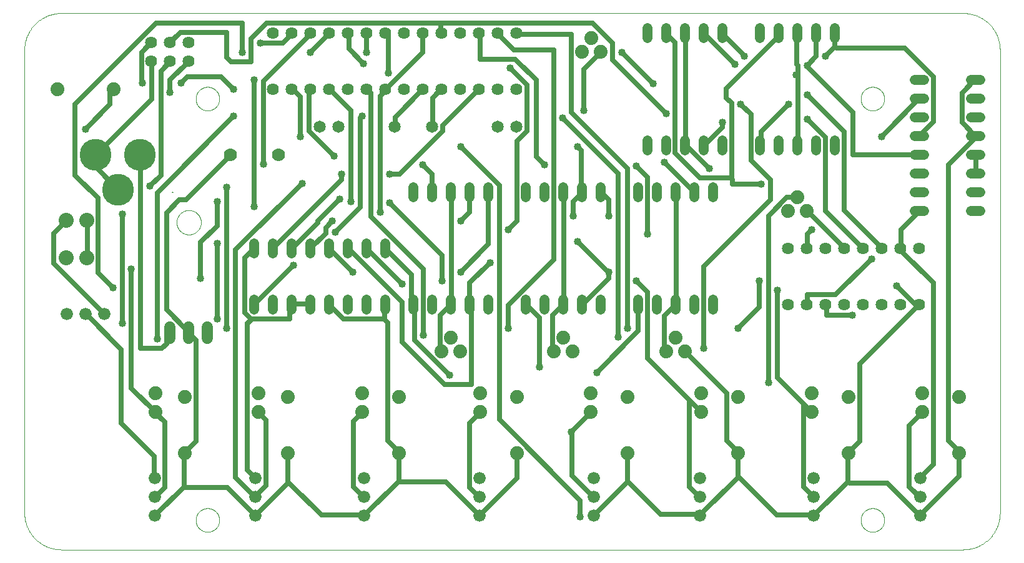
<source format=gtl>
G75*
%MOIN*%
%OFA0B0*%
%FSLAX25Y25*%
%IPPOS*%
%LPD*%
%AMOC8*
5,1,8,0,0,1.08239X$1,22.5*
%
%ADD10C,0.00004*%
%ADD11C,0.05200*%
%ADD12C,0.17000*%
%ADD13C,0.07400*%
%ADD14C,0.06000*%
%ADD15C,0.00000*%
%ADD16C,0.06400*%
%ADD17C,0.08000*%
%ADD18C,0.06500*%
%ADD19C,0.06600*%
%ADD20C,0.07000*%
%ADD21C,0.02500*%
%ADD22C,0.04000*%
D10*
X0020687Y0001002D02*
X0502141Y0001002D01*
X0502617Y0001008D01*
X0503092Y0001025D01*
X0503567Y0001054D01*
X0504041Y0001094D01*
X0504514Y0001146D01*
X0504985Y0001209D01*
X0505455Y0001283D01*
X0505923Y0001369D01*
X0506389Y0001466D01*
X0506852Y0001574D01*
X0507312Y0001693D01*
X0507770Y0001824D01*
X0508224Y0001965D01*
X0508675Y0002118D01*
X0509121Y0002281D01*
X0509564Y0002455D01*
X0510002Y0002640D01*
X0510436Y0002835D01*
X0510865Y0003041D01*
X0511289Y0003257D01*
X0511708Y0003483D01*
X0512121Y0003719D01*
X0512528Y0003965D01*
X0512929Y0004221D01*
X0513323Y0004487D01*
X0513712Y0004762D01*
X0514093Y0005046D01*
X0514467Y0005339D01*
X0514835Y0005641D01*
X0515195Y0005953D01*
X0515547Y0006272D01*
X0515891Y0006600D01*
X0516228Y0006937D01*
X0516556Y0007281D01*
X0516875Y0007633D01*
X0517187Y0007993D01*
X0517489Y0008361D01*
X0517782Y0008735D01*
X0518066Y0009116D01*
X0518341Y0009505D01*
X0518607Y0009899D01*
X0518863Y0010300D01*
X0519109Y0010707D01*
X0519345Y0011120D01*
X0519571Y0011539D01*
X0519787Y0011963D01*
X0519993Y0012392D01*
X0520188Y0012826D01*
X0520373Y0013264D01*
X0520547Y0013707D01*
X0520710Y0014153D01*
X0520863Y0014604D01*
X0521004Y0015058D01*
X0521135Y0015516D01*
X0521254Y0015976D01*
X0521362Y0016439D01*
X0521459Y0016905D01*
X0521545Y0017373D01*
X0521619Y0017843D01*
X0521682Y0018314D01*
X0521734Y0018787D01*
X0521774Y0019261D01*
X0521803Y0019736D01*
X0521820Y0020211D01*
X0521826Y0020687D01*
X0521826Y0267774D01*
X0521820Y0268250D01*
X0521803Y0268725D01*
X0521774Y0269200D01*
X0521734Y0269674D01*
X0521682Y0270147D01*
X0521619Y0270618D01*
X0521545Y0271088D01*
X0521459Y0271556D01*
X0521362Y0272022D01*
X0521254Y0272485D01*
X0521135Y0272945D01*
X0521004Y0273403D01*
X0520863Y0273857D01*
X0520710Y0274308D01*
X0520547Y0274754D01*
X0520373Y0275197D01*
X0520188Y0275635D01*
X0519993Y0276069D01*
X0519787Y0276498D01*
X0519571Y0276922D01*
X0519345Y0277341D01*
X0519109Y0277754D01*
X0518863Y0278161D01*
X0518607Y0278562D01*
X0518341Y0278956D01*
X0518066Y0279345D01*
X0517782Y0279726D01*
X0517489Y0280100D01*
X0517187Y0280468D01*
X0516875Y0280828D01*
X0516556Y0281180D01*
X0516228Y0281524D01*
X0515891Y0281861D01*
X0515547Y0282189D01*
X0515195Y0282508D01*
X0514835Y0282820D01*
X0514467Y0283122D01*
X0514093Y0283415D01*
X0513712Y0283699D01*
X0513323Y0283974D01*
X0512929Y0284240D01*
X0512528Y0284496D01*
X0512121Y0284742D01*
X0511708Y0284978D01*
X0511289Y0285204D01*
X0510865Y0285420D01*
X0510436Y0285626D01*
X0510002Y0285821D01*
X0509564Y0286006D01*
X0509121Y0286180D01*
X0508675Y0286343D01*
X0508224Y0286496D01*
X0507770Y0286637D01*
X0507312Y0286768D01*
X0506852Y0286887D01*
X0506389Y0286995D01*
X0505923Y0287092D01*
X0505455Y0287178D01*
X0504985Y0287252D01*
X0504514Y0287315D01*
X0504041Y0287367D01*
X0503567Y0287407D01*
X0503092Y0287436D01*
X0502617Y0287453D01*
X0502141Y0287459D01*
X0020687Y0287459D01*
X0020211Y0287453D01*
X0019736Y0287436D01*
X0019261Y0287407D01*
X0018787Y0287367D01*
X0018314Y0287315D01*
X0017843Y0287252D01*
X0017373Y0287178D01*
X0016905Y0287092D01*
X0016439Y0286995D01*
X0015976Y0286887D01*
X0015516Y0286768D01*
X0015058Y0286637D01*
X0014604Y0286496D01*
X0014153Y0286343D01*
X0013707Y0286180D01*
X0013264Y0286006D01*
X0012826Y0285821D01*
X0012392Y0285626D01*
X0011963Y0285420D01*
X0011539Y0285204D01*
X0011120Y0284978D01*
X0010707Y0284742D01*
X0010300Y0284496D01*
X0009899Y0284240D01*
X0009505Y0283974D01*
X0009116Y0283699D01*
X0008735Y0283415D01*
X0008361Y0283122D01*
X0007993Y0282820D01*
X0007633Y0282508D01*
X0007281Y0282189D01*
X0006937Y0281861D01*
X0006600Y0281524D01*
X0006272Y0281180D01*
X0005953Y0280828D01*
X0005641Y0280468D01*
X0005339Y0280100D01*
X0005046Y0279726D01*
X0004762Y0279345D01*
X0004487Y0278956D01*
X0004221Y0278562D01*
X0003965Y0278161D01*
X0003719Y0277754D01*
X0003483Y0277341D01*
X0003257Y0276922D01*
X0003041Y0276498D01*
X0002835Y0276069D01*
X0002640Y0275635D01*
X0002455Y0275197D01*
X0002281Y0274754D01*
X0002118Y0274308D01*
X0001965Y0273857D01*
X0001824Y0273403D01*
X0001693Y0272945D01*
X0001574Y0272485D01*
X0001466Y0272022D01*
X0001369Y0271556D01*
X0001283Y0271088D01*
X0001209Y0270618D01*
X0001146Y0270147D01*
X0001094Y0269674D01*
X0001054Y0269200D01*
X0001025Y0268725D01*
X0001008Y0268250D01*
X0001002Y0267774D01*
X0001002Y0020687D01*
X0001008Y0020211D01*
X0001025Y0019736D01*
X0001054Y0019261D01*
X0001094Y0018787D01*
X0001146Y0018314D01*
X0001209Y0017843D01*
X0001283Y0017373D01*
X0001369Y0016905D01*
X0001466Y0016439D01*
X0001574Y0015976D01*
X0001693Y0015516D01*
X0001824Y0015058D01*
X0001965Y0014604D01*
X0002118Y0014153D01*
X0002281Y0013707D01*
X0002455Y0013264D01*
X0002640Y0012826D01*
X0002835Y0012392D01*
X0003041Y0011963D01*
X0003257Y0011539D01*
X0003483Y0011120D01*
X0003719Y0010707D01*
X0003965Y0010300D01*
X0004221Y0009899D01*
X0004487Y0009505D01*
X0004762Y0009116D01*
X0005046Y0008735D01*
X0005339Y0008361D01*
X0005641Y0007993D01*
X0005953Y0007633D01*
X0006272Y0007281D01*
X0006600Y0006937D01*
X0006937Y0006600D01*
X0007281Y0006272D01*
X0007633Y0005953D01*
X0007993Y0005641D01*
X0008361Y0005339D01*
X0008735Y0005046D01*
X0009116Y0004762D01*
X0009505Y0004487D01*
X0009899Y0004221D01*
X0010300Y0003965D01*
X0010707Y0003719D01*
X0011120Y0003483D01*
X0011539Y0003257D01*
X0011963Y0003041D01*
X0012392Y0002835D01*
X0012826Y0002640D01*
X0013264Y0002455D01*
X0013707Y0002281D01*
X0014153Y0002118D01*
X0014604Y0001965D01*
X0015058Y0001824D01*
X0015516Y0001693D01*
X0015976Y0001574D01*
X0016439Y0001466D01*
X0016905Y0001369D01*
X0017373Y0001283D01*
X0017843Y0001209D01*
X0018314Y0001146D01*
X0018787Y0001094D01*
X0019261Y0001054D01*
X0019736Y0001025D01*
X0020211Y0001008D01*
X0020687Y0001002D01*
X0092492Y0016750D02*
X0092494Y0016908D01*
X0092500Y0017066D01*
X0092510Y0017224D01*
X0092524Y0017382D01*
X0092542Y0017539D01*
X0092563Y0017696D01*
X0092589Y0017852D01*
X0092619Y0018008D01*
X0092652Y0018163D01*
X0092690Y0018316D01*
X0092731Y0018469D01*
X0092776Y0018621D01*
X0092825Y0018772D01*
X0092878Y0018921D01*
X0092934Y0019069D01*
X0092994Y0019215D01*
X0093058Y0019360D01*
X0093126Y0019503D01*
X0093197Y0019645D01*
X0093271Y0019785D01*
X0093349Y0019922D01*
X0093431Y0020058D01*
X0093515Y0020192D01*
X0093604Y0020323D01*
X0093695Y0020452D01*
X0093790Y0020579D01*
X0093887Y0020704D01*
X0093988Y0020826D01*
X0094092Y0020945D01*
X0094199Y0021062D01*
X0094309Y0021176D01*
X0094422Y0021287D01*
X0094537Y0021396D01*
X0094655Y0021501D01*
X0094776Y0021603D01*
X0094899Y0021703D01*
X0095025Y0021799D01*
X0095153Y0021892D01*
X0095283Y0021982D01*
X0095416Y0022068D01*
X0095551Y0022152D01*
X0095687Y0022231D01*
X0095826Y0022308D01*
X0095967Y0022380D01*
X0096109Y0022450D01*
X0096253Y0022515D01*
X0096399Y0022577D01*
X0096546Y0022635D01*
X0096695Y0022690D01*
X0096845Y0022741D01*
X0096996Y0022788D01*
X0097148Y0022831D01*
X0097301Y0022870D01*
X0097456Y0022906D01*
X0097611Y0022937D01*
X0097767Y0022965D01*
X0097923Y0022989D01*
X0098080Y0023009D01*
X0098238Y0023025D01*
X0098395Y0023037D01*
X0098554Y0023045D01*
X0098712Y0023049D01*
X0098870Y0023049D01*
X0099028Y0023045D01*
X0099187Y0023037D01*
X0099344Y0023025D01*
X0099502Y0023009D01*
X0099659Y0022989D01*
X0099815Y0022965D01*
X0099971Y0022937D01*
X0100126Y0022906D01*
X0100281Y0022870D01*
X0100434Y0022831D01*
X0100586Y0022788D01*
X0100737Y0022741D01*
X0100887Y0022690D01*
X0101036Y0022635D01*
X0101183Y0022577D01*
X0101329Y0022515D01*
X0101473Y0022450D01*
X0101615Y0022380D01*
X0101756Y0022308D01*
X0101895Y0022231D01*
X0102031Y0022152D01*
X0102166Y0022068D01*
X0102299Y0021982D01*
X0102429Y0021892D01*
X0102557Y0021799D01*
X0102683Y0021703D01*
X0102806Y0021603D01*
X0102927Y0021501D01*
X0103045Y0021396D01*
X0103160Y0021287D01*
X0103273Y0021176D01*
X0103383Y0021062D01*
X0103490Y0020945D01*
X0103594Y0020826D01*
X0103695Y0020704D01*
X0103792Y0020579D01*
X0103887Y0020452D01*
X0103978Y0020323D01*
X0104067Y0020192D01*
X0104151Y0020058D01*
X0104233Y0019922D01*
X0104311Y0019785D01*
X0104385Y0019645D01*
X0104456Y0019503D01*
X0104524Y0019360D01*
X0104588Y0019215D01*
X0104648Y0019069D01*
X0104704Y0018921D01*
X0104757Y0018772D01*
X0104806Y0018621D01*
X0104851Y0018469D01*
X0104892Y0018316D01*
X0104930Y0018163D01*
X0104963Y0018008D01*
X0104993Y0017852D01*
X0105019Y0017696D01*
X0105040Y0017539D01*
X0105058Y0017382D01*
X0105072Y0017224D01*
X0105082Y0017066D01*
X0105088Y0016908D01*
X0105090Y0016750D01*
X0105088Y0016592D01*
X0105082Y0016434D01*
X0105072Y0016276D01*
X0105058Y0016118D01*
X0105040Y0015961D01*
X0105019Y0015804D01*
X0104993Y0015648D01*
X0104963Y0015492D01*
X0104930Y0015337D01*
X0104892Y0015184D01*
X0104851Y0015031D01*
X0104806Y0014879D01*
X0104757Y0014728D01*
X0104704Y0014579D01*
X0104648Y0014431D01*
X0104588Y0014285D01*
X0104524Y0014140D01*
X0104456Y0013997D01*
X0104385Y0013855D01*
X0104311Y0013715D01*
X0104233Y0013578D01*
X0104151Y0013442D01*
X0104067Y0013308D01*
X0103978Y0013177D01*
X0103887Y0013048D01*
X0103792Y0012921D01*
X0103695Y0012796D01*
X0103594Y0012674D01*
X0103490Y0012555D01*
X0103383Y0012438D01*
X0103273Y0012324D01*
X0103160Y0012213D01*
X0103045Y0012104D01*
X0102927Y0011999D01*
X0102806Y0011897D01*
X0102683Y0011797D01*
X0102557Y0011701D01*
X0102429Y0011608D01*
X0102299Y0011518D01*
X0102166Y0011432D01*
X0102031Y0011348D01*
X0101895Y0011269D01*
X0101756Y0011192D01*
X0101615Y0011120D01*
X0101473Y0011050D01*
X0101329Y0010985D01*
X0101183Y0010923D01*
X0101036Y0010865D01*
X0100887Y0010810D01*
X0100737Y0010759D01*
X0100586Y0010712D01*
X0100434Y0010669D01*
X0100281Y0010630D01*
X0100126Y0010594D01*
X0099971Y0010563D01*
X0099815Y0010535D01*
X0099659Y0010511D01*
X0099502Y0010491D01*
X0099344Y0010475D01*
X0099187Y0010463D01*
X0099028Y0010455D01*
X0098870Y0010451D01*
X0098712Y0010451D01*
X0098554Y0010455D01*
X0098395Y0010463D01*
X0098238Y0010475D01*
X0098080Y0010491D01*
X0097923Y0010511D01*
X0097767Y0010535D01*
X0097611Y0010563D01*
X0097456Y0010594D01*
X0097301Y0010630D01*
X0097148Y0010669D01*
X0096996Y0010712D01*
X0096845Y0010759D01*
X0096695Y0010810D01*
X0096546Y0010865D01*
X0096399Y0010923D01*
X0096253Y0010985D01*
X0096109Y0011050D01*
X0095967Y0011120D01*
X0095826Y0011192D01*
X0095687Y0011269D01*
X0095551Y0011348D01*
X0095416Y0011432D01*
X0095283Y0011518D01*
X0095153Y0011608D01*
X0095025Y0011701D01*
X0094899Y0011797D01*
X0094776Y0011897D01*
X0094655Y0011999D01*
X0094537Y0012104D01*
X0094422Y0012213D01*
X0094309Y0012324D01*
X0094199Y0012438D01*
X0094092Y0012555D01*
X0093988Y0012674D01*
X0093887Y0012796D01*
X0093790Y0012921D01*
X0093695Y0013048D01*
X0093604Y0013177D01*
X0093515Y0013308D01*
X0093431Y0013442D01*
X0093349Y0013578D01*
X0093271Y0013715D01*
X0093197Y0013855D01*
X0093126Y0013997D01*
X0093058Y0014140D01*
X0092994Y0014285D01*
X0092934Y0014431D01*
X0092878Y0014579D01*
X0092825Y0014728D01*
X0092776Y0014879D01*
X0092731Y0015031D01*
X0092690Y0015184D01*
X0092652Y0015337D01*
X0092619Y0015492D01*
X0092589Y0015648D01*
X0092563Y0015804D01*
X0092542Y0015961D01*
X0092524Y0016118D01*
X0092510Y0016276D01*
X0092500Y0016434D01*
X0092494Y0016592D01*
X0092492Y0016750D01*
X0080005Y0191704D02*
X0079978Y0191706D01*
X0079951Y0191711D01*
X0079925Y0191721D01*
X0079901Y0191733D01*
X0079879Y0191749D01*
X0079859Y0191767D01*
X0079842Y0191789D01*
X0079827Y0191812D01*
X0079817Y0191837D01*
X0079809Y0191863D01*
X0079805Y0191890D01*
X0079805Y0191918D01*
X0079809Y0191945D01*
X0079817Y0191971D01*
X0079827Y0191996D01*
X0079842Y0192019D01*
X0079859Y0192041D01*
X0079879Y0192059D01*
X0079901Y0192075D01*
X0079925Y0192087D01*
X0079951Y0192097D01*
X0079978Y0192102D01*
X0080005Y0192104D01*
X0079978Y0192102D01*
X0079951Y0192097D01*
X0079925Y0192087D01*
X0079901Y0192075D01*
X0079879Y0192059D01*
X0079859Y0192041D01*
X0079842Y0192019D01*
X0079827Y0191996D01*
X0079817Y0191971D01*
X0079809Y0191945D01*
X0079805Y0191918D01*
X0079805Y0191890D01*
X0079809Y0191863D01*
X0079817Y0191837D01*
X0079827Y0191812D01*
X0079842Y0191789D01*
X0079859Y0191767D01*
X0079879Y0191749D01*
X0079901Y0191733D01*
X0079925Y0191721D01*
X0079951Y0191711D01*
X0079978Y0191706D01*
X0080005Y0191704D01*
X0080031Y0191706D01*
X0080057Y0191711D01*
X0080082Y0191719D01*
X0080105Y0191731D01*
X0080127Y0191745D01*
X0080146Y0191763D01*
X0080164Y0191782D01*
X0080178Y0191804D01*
X0080190Y0191827D01*
X0080198Y0191852D01*
X0080203Y0191878D01*
X0080205Y0191904D01*
X0080005Y0191704D02*
X0079979Y0191706D01*
X0079953Y0191711D01*
X0079928Y0191719D01*
X0079905Y0191731D01*
X0079883Y0191745D01*
X0079864Y0191763D01*
X0079846Y0191782D01*
X0079832Y0191804D01*
X0079820Y0191827D01*
X0079812Y0191852D01*
X0079807Y0191878D01*
X0079805Y0191904D01*
X0092492Y0241750D02*
X0092494Y0241908D01*
X0092500Y0242066D01*
X0092510Y0242224D01*
X0092524Y0242382D01*
X0092542Y0242539D01*
X0092563Y0242696D01*
X0092589Y0242852D01*
X0092619Y0243008D01*
X0092652Y0243163D01*
X0092690Y0243316D01*
X0092731Y0243469D01*
X0092776Y0243621D01*
X0092825Y0243772D01*
X0092878Y0243921D01*
X0092934Y0244069D01*
X0092994Y0244215D01*
X0093058Y0244360D01*
X0093126Y0244503D01*
X0093197Y0244645D01*
X0093271Y0244785D01*
X0093349Y0244922D01*
X0093431Y0245058D01*
X0093515Y0245192D01*
X0093604Y0245323D01*
X0093695Y0245452D01*
X0093790Y0245579D01*
X0093887Y0245704D01*
X0093988Y0245826D01*
X0094092Y0245945D01*
X0094199Y0246062D01*
X0094309Y0246176D01*
X0094422Y0246287D01*
X0094537Y0246396D01*
X0094655Y0246501D01*
X0094776Y0246603D01*
X0094899Y0246703D01*
X0095025Y0246799D01*
X0095153Y0246892D01*
X0095283Y0246982D01*
X0095416Y0247068D01*
X0095551Y0247152D01*
X0095687Y0247231D01*
X0095826Y0247308D01*
X0095967Y0247380D01*
X0096109Y0247450D01*
X0096253Y0247515D01*
X0096399Y0247577D01*
X0096546Y0247635D01*
X0096695Y0247690D01*
X0096845Y0247741D01*
X0096996Y0247788D01*
X0097148Y0247831D01*
X0097301Y0247870D01*
X0097456Y0247906D01*
X0097611Y0247937D01*
X0097767Y0247965D01*
X0097923Y0247989D01*
X0098080Y0248009D01*
X0098238Y0248025D01*
X0098395Y0248037D01*
X0098554Y0248045D01*
X0098712Y0248049D01*
X0098870Y0248049D01*
X0099028Y0248045D01*
X0099187Y0248037D01*
X0099344Y0248025D01*
X0099502Y0248009D01*
X0099659Y0247989D01*
X0099815Y0247965D01*
X0099971Y0247937D01*
X0100126Y0247906D01*
X0100281Y0247870D01*
X0100434Y0247831D01*
X0100586Y0247788D01*
X0100737Y0247741D01*
X0100887Y0247690D01*
X0101036Y0247635D01*
X0101183Y0247577D01*
X0101329Y0247515D01*
X0101473Y0247450D01*
X0101615Y0247380D01*
X0101756Y0247308D01*
X0101895Y0247231D01*
X0102031Y0247152D01*
X0102166Y0247068D01*
X0102299Y0246982D01*
X0102429Y0246892D01*
X0102557Y0246799D01*
X0102683Y0246703D01*
X0102806Y0246603D01*
X0102927Y0246501D01*
X0103045Y0246396D01*
X0103160Y0246287D01*
X0103273Y0246176D01*
X0103383Y0246062D01*
X0103490Y0245945D01*
X0103594Y0245826D01*
X0103695Y0245704D01*
X0103792Y0245579D01*
X0103887Y0245452D01*
X0103978Y0245323D01*
X0104067Y0245192D01*
X0104151Y0245058D01*
X0104233Y0244922D01*
X0104311Y0244785D01*
X0104385Y0244645D01*
X0104456Y0244503D01*
X0104524Y0244360D01*
X0104588Y0244215D01*
X0104648Y0244069D01*
X0104704Y0243921D01*
X0104757Y0243772D01*
X0104806Y0243621D01*
X0104851Y0243469D01*
X0104892Y0243316D01*
X0104930Y0243163D01*
X0104963Y0243008D01*
X0104993Y0242852D01*
X0105019Y0242696D01*
X0105040Y0242539D01*
X0105058Y0242382D01*
X0105072Y0242224D01*
X0105082Y0242066D01*
X0105088Y0241908D01*
X0105090Y0241750D01*
X0105088Y0241592D01*
X0105082Y0241434D01*
X0105072Y0241276D01*
X0105058Y0241118D01*
X0105040Y0240961D01*
X0105019Y0240804D01*
X0104993Y0240648D01*
X0104963Y0240492D01*
X0104930Y0240337D01*
X0104892Y0240184D01*
X0104851Y0240031D01*
X0104806Y0239879D01*
X0104757Y0239728D01*
X0104704Y0239579D01*
X0104648Y0239431D01*
X0104588Y0239285D01*
X0104524Y0239140D01*
X0104456Y0238997D01*
X0104385Y0238855D01*
X0104311Y0238715D01*
X0104233Y0238578D01*
X0104151Y0238442D01*
X0104067Y0238308D01*
X0103978Y0238177D01*
X0103887Y0238048D01*
X0103792Y0237921D01*
X0103695Y0237796D01*
X0103594Y0237674D01*
X0103490Y0237555D01*
X0103383Y0237438D01*
X0103273Y0237324D01*
X0103160Y0237213D01*
X0103045Y0237104D01*
X0102927Y0236999D01*
X0102806Y0236897D01*
X0102683Y0236797D01*
X0102557Y0236701D01*
X0102429Y0236608D01*
X0102299Y0236518D01*
X0102166Y0236432D01*
X0102031Y0236348D01*
X0101895Y0236269D01*
X0101756Y0236192D01*
X0101615Y0236120D01*
X0101473Y0236050D01*
X0101329Y0235985D01*
X0101183Y0235923D01*
X0101036Y0235865D01*
X0100887Y0235810D01*
X0100737Y0235759D01*
X0100586Y0235712D01*
X0100434Y0235669D01*
X0100281Y0235630D01*
X0100126Y0235594D01*
X0099971Y0235563D01*
X0099815Y0235535D01*
X0099659Y0235511D01*
X0099502Y0235491D01*
X0099344Y0235475D01*
X0099187Y0235463D01*
X0099028Y0235455D01*
X0098870Y0235451D01*
X0098712Y0235451D01*
X0098554Y0235455D01*
X0098395Y0235463D01*
X0098238Y0235475D01*
X0098080Y0235491D01*
X0097923Y0235511D01*
X0097767Y0235535D01*
X0097611Y0235563D01*
X0097456Y0235594D01*
X0097301Y0235630D01*
X0097148Y0235669D01*
X0096996Y0235712D01*
X0096845Y0235759D01*
X0096695Y0235810D01*
X0096546Y0235865D01*
X0096399Y0235923D01*
X0096253Y0235985D01*
X0096109Y0236050D01*
X0095967Y0236120D01*
X0095826Y0236192D01*
X0095687Y0236269D01*
X0095551Y0236348D01*
X0095416Y0236432D01*
X0095283Y0236518D01*
X0095153Y0236608D01*
X0095025Y0236701D01*
X0094899Y0236797D01*
X0094776Y0236897D01*
X0094655Y0236999D01*
X0094537Y0237104D01*
X0094422Y0237213D01*
X0094309Y0237324D01*
X0094199Y0237438D01*
X0094092Y0237555D01*
X0093988Y0237674D01*
X0093887Y0237796D01*
X0093790Y0237921D01*
X0093695Y0238048D01*
X0093604Y0238177D01*
X0093515Y0238308D01*
X0093431Y0238442D01*
X0093349Y0238578D01*
X0093271Y0238715D01*
X0093197Y0238855D01*
X0093126Y0238997D01*
X0093058Y0239140D01*
X0092994Y0239285D01*
X0092934Y0239431D01*
X0092878Y0239579D01*
X0092825Y0239728D01*
X0092776Y0239879D01*
X0092731Y0240031D01*
X0092690Y0240184D01*
X0092652Y0240337D01*
X0092619Y0240492D01*
X0092589Y0240648D01*
X0092563Y0240804D01*
X0092542Y0240961D01*
X0092524Y0241118D01*
X0092510Y0241276D01*
X0092500Y0241434D01*
X0092494Y0241592D01*
X0092492Y0241750D01*
X0447492Y0241750D02*
X0447494Y0241908D01*
X0447500Y0242066D01*
X0447510Y0242224D01*
X0447524Y0242382D01*
X0447542Y0242539D01*
X0447563Y0242696D01*
X0447589Y0242852D01*
X0447619Y0243008D01*
X0447652Y0243163D01*
X0447690Y0243316D01*
X0447731Y0243469D01*
X0447776Y0243621D01*
X0447825Y0243772D01*
X0447878Y0243921D01*
X0447934Y0244069D01*
X0447994Y0244215D01*
X0448058Y0244360D01*
X0448126Y0244503D01*
X0448197Y0244645D01*
X0448271Y0244785D01*
X0448349Y0244922D01*
X0448431Y0245058D01*
X0448515Y0245192D01*
X0448604Y0245323D01*
X0448695Y0245452D01*
X0448790Y0245579D01*
X0448887Y0245704D01*
X0448988Y0245826D01*
X0449092Y0245945D01*
X0449199Y0246062D01*
X0449309Y0246176D01*
X0449422Y0246287D01*
X0449537Y0246396D01*
X0449655Y0246501D01*
X0449776Y0246603D01*
X0449899Y0246703D01*
X0450025Y0246799D01*
X0450153Y0246892D01*
X0450283Y0246982D01*
X0450416Y0247068D01*
X0450551Y0247152D01*
X0450687Y0247231D01*
X0450826Y0247308D01*
X0450967Y0247380D01*
X0451109Y0247450D01*
X0451253Y0247515D01*
X0451399Y0247577D01*
X0451546Y0247635D01*
X0451695Y0247690D01*
X0451845Y0247741D01*
X0451996Y0247788D01*
X0452148Y0247831D01*
X0452301Y0247870D01*
X0452456Y0247906D01*
X0452611Y0247937D01*
X0452767Y0247965D01*
X0452923Y0247989D01*
X0453080Y0248009D01*
X0453238Y0248025D01*
X0453395Y0248037D01*
X0453554Y0248045D01*
X0453712Y0248049D01*
X0453870Y0248049D01*
X0454028Y0248045D01*
X0454187Y0248037D01*
X0454344Y0248025D01*
X0454502Y0248009D01*
X0454659Y0247989D01*
X0454815Y0247965D01*
X0454971Y0247937D01*
X0455126Y0247906D01*
X0455281Y0247870D01*
X0455434Y0247831D01*
X0455586Y0247788D01*
X0455737Y0247741D01*
X0455887Y0247690D01*
X0456036Y0247635D01*
X0456183Y0247577D01*
X0456329Y0247515D01*
X0456473Y0247450D01*
X0456615Y0247380D01*
X0456756Y0247308D01*
X0456895Y0247231D01*
X0457031Y0247152D01*
X0457166Y0247068D01*
X0457299Y0246982D01*
X0457429Y0246892D01*
X0457557Y0246799D01*
X0457683Y0246703D01*
X0457806Y0246603D01*
X0457927Y0246501D01*
X0458045Y0246396D01*
X0458160Y0246287D01*
X0458273Y0246176D01*
X0458383Y0246062D01*
X0458490Y0245945D01*
X0458594Y0245826D01*
X0458695Y0245704D01*
X0458792Y0245579D01*
X0458887Y0245452D01*
X0458978Y0245323D01*
X0459067Y0245192D01*
X0459151Y0245058D01*
X0459233Y0244922D01*
X0459311Y0244785D01*
X0459385Y0244645D01*
X0459456Y0244503D01*
X0459524Y0244360D01*
X0459588Y0244215D01*
X0459648Y0244069D01*
X0459704Y0243921D01*
X0459757Y0243772D01*
X0459806Y0243621D01*
X0459851Y0243469D01*
X0459892Y0243316D01*
X0459930Y0243163D01*
X0459963Y0243008D01*
X0459993Y0242852D01*
X0460019Y0242696D01*
X0460040Y0242539D01*
X0460058Y0242382D01*
X0460072Y0242224D01*
X0460082Y0242066D01*
X0460088Y0241908D01*
X0460090Y0241750D01*
X0460088Y0241592D01*
X0460082Y0241434D01*
X0460072Y0241276D01*
X0460058Y0241118D01*
X0460040Y0240961D01*
X0460019Y0240804D01*
X0459993Y0240648D01*
X0459963Y0240492D01*
X0459930Y0240337D01*
X0459892Y0240184D01*
X0459851Y0240031D01*
X0459806Y0239879D01*
X0459757Y0239728D01*
X0459704Y0239579D01*
X0459648Y0239431D01*
X0459588Y0239285D01*
X0459524Y0239140D01*
X0459456Y0238997D01*
X0459385Y0238855D01*
X0459311Y0238715D01*
X0459233Y0238578D01*
X0459151Y0238442D01*
X0459067Y0238308D01*
X0458978Y0238177D01*
X0458887Y0238048D01*
X0458792Y0237921D01*
X0458695Y0237796D01*
X0458594Y0237674D01*
X0458490Y0237555D01*
X0458383Y0237438D01*
X0458273Y0237324D01*
X0458160Y0237213D01*
X0458045Y0237104D01*
X0457927Y0236999D01*
X0457806Y0236897D01*
X0457683Y0236797D01*
X0457557Y0236701D01*
X0457429Y0236608D01*
X0457299Y0236518D01*
X0457166Y0236432D01*
X0457031Y0236348D01*
X0456895Y0236269D01*
X0456756Y0236192D01*
X0456615Y0236120D01*
X0456473Y0236050D01*
X0456329Y0235985D01*
X0456183Y0235923D01*
X0456036Y0235865D01*
X0455887Y0235810D01*
X0455737Y0235759D01*
X0455586Y0235712D01*
X0455434Y0235669D01*
X0455281Y0235630D01*
X0455126Y0235594D01*
X0454971Y0235563D01*
X0454815Y0235535D01*
X0454659Y0235511D01*
X0454502Y0235491D01*
X0454344Y0235475D01*
X0454187Y0235463D01*
X0454028Y0235455D01*
X0453870Y0235451D01*
X0453712Y0235451D01*
X0453554Y0235455D01*
X0453395Y0235463D01*
X0453238Y0235475D01*
X0453080Y0235491D01*
X0452923Y0235511D01*
X0452767Y0235535D01*
X0452611Y0235563D01*
X0452456Y0235594D01*
X0452301Y0235630D01*
X0452148Y0235669D01*
X0451996Y0235712D01*
X0451845Y0235759D01*
X0451695Y0235810D01*
X0451546Y0235865D01*
X0451399Y0235923D01*
X0451253Y0235985D01*
X0451109Y0236050D01*
X0450967Y0236120D01*
X0450826Y0236192D01*
X0450687Y0236269D01*
X0450551Y0236348D01*
X0450416Y0236432D01*
X0450283Y0236518D01*
X0450153Y0236608D01*
X0450025Y0236701D01*
X0449899Y0236797D01*
X0449776Y0236897D01*
X0449655Y0236999D01*
X0449537Y0237104D01*
X0449422Y0237213D01*
X0449309Y0237324D01*
X0449199Y0237438D01*
X0449092Y0237555D01*
X0448988Y0237674D01*
X0448887Y0237796D01*
X0448790Y0237921D01*
X0448695Y0238048D01*
X0448604Y0238177D01*
X0448515Y0238308D01*
X0448431Y0238442D01*
X0448349Y0238578D01*
X0448271Y0238715D01*
X0448197Y0238855D01*
X0448126Y0238997D01*
X0448058Y0239140D01*
X0447994Y0239285D01*
X0447934Y0239431D01*
X0447878Y0239579D01*
X0447825Y0239728D01*
X0447776Y0239879D01*
X0447731Y0240031D01*
X0447690Y0240184D01*
X0447652Y0240337D01*
X0447619Y0240492D01*
X0447589Y0240648D01*
X0447563Y0240804D01*
X0447542Y0240961D01*
X0447524Y0241118D01*
X0447510Y0241276D01*
X0447500Y0241434D01*
X0447494Y0241592D01*
X0447492Y0241750D01*
X0447492Y0016750D02*
X0447494Y0016908D01*
X0447500Y0017066D01*
X0447510Y0017224D01*
X0447524Y0017382D01*
X0447542Y0017539D01*
X0447563Y0017696D01*
X0447589Y0017852D01*
X0447619Y0018008D01*
X0447652Y0018163D01*
X0447690Y0018316D01*
X0447731Y0018469D01*
X0447776Y0018621D01*
X0447825Y0018772D01*
X0447878Y0018921D01*
X0447934Y0019069D01*
X0447994Y0019215D01*
X0448058Y0019360D01*
X0448126Y0019503D01*
X0448197Y0019645D01*
X0448271Y0019785D01*
X0448349Y0019922D01*
X0448431Y0020058D01*
X0448515Y0020192D01*
X0448604Y0020323D01*
X0448695Y0020452D01*
X0448790Y0020579D01*
X0448887Y0020704D01*
X0448988Y0020826D01*
X0449092Y0020945D01*
X0449199Y0021062D01*
X0449309Y0021176D01*
X0449422Y0021287D01*
X0449537Y0021396D01*
X0449655Y0021501D01*
X0449776Y0021603D01*
X0449899Y0021703D01*
X0450025Y0021799D01*
X0450153Y0021892D01*
X0450283Y0021982D01*
X0450416Y0022068D01*
X0450551Y0022152D01*
X0450687Y0022231D01*
X0450826Y0022308D01*
X0450967Y0022380D01*
X0451109Y0022450D01*
X0451253Y0022515D01*
X0451399Y0022577D01*
X0451546Y0022635D01*
X0451695Y0022690D01*
X0451845Y0022741D01*
X0451996Y0022788D01*
X0452148Y0022831D01*
X0452301Y0022870D01*
X0452456Y0022906D01*
X0452611Y0022937D01*
X0452767Y0022965D01*
X0452923Y0022989D01*
X0453080Y0023009D01*
X0453238Y0023025D01*
X0453395Y0023037D01*
X0453554Y0023045D01*
X0453712Y0023049D01*
X0453870Y0023049D01*
X0454028Y0023045D01*
X0454187Y0023037D01*
X0454344Y0023025D01*
X0454502Y0023009D01*
X0454659Y0022989D01*
X0454815Y0022965D01*
X0454971Y0022937D01*
X0455126Y0022906D01*
X0455281Y0022870D01*
X0455434Y0022831D01*
X0455586Y0022788D01*
X0455737Y0022741D01*
X0455887Y0022690D01*
X0456036Y0022635D01*
X0456183Y0022577D01*
X0456329Y0022515D01*
X0456473Y0022450D01*
X0456615Y0022380D01*
X0456756Y0022308D01*
X0456895Y0022231D01*
X0457031Y0022152D01*
X0457166Y0022068D01*
X0457299Y0021982D01*
X0457429Y0021892D01*
X0457557Y0021799D01*
X0457683Y0021703D01*
X0457806Y0021603D01*
X0457927Y0021501D01*
X0458045Y0021396D01*
X0458160Y0021287D01*
X0458273Y0021176D01*
X0458383Y0021062D01*
X0458490Y0020945D01*
X0458594Y0020826D01*
X0458695Y0020704D01*
X0458792Y0020579D01*
X0458887Y0020452D01*
X0458978Y0020323D01*
X0459067Y0020192D01*
X0459151Y0020058D01*
X0459233Y0019922D01*
X0459311Y0019785D01*
X0459385Y0019645D01*
X0459456Y0019503D01*
X0459524Y0019360D01*
X0459588Y0019215D01*
X0459648Y0019069D01*
X0459704Y0018921D01*
X0459757Y0018772D01*
X0459806Y0018621D01*
X0459851Y0018469D01*
X0459892Y0018316D01*
X0459930Y0018163D01*
X0459963Y0018008D01*
X0459993Y0017852D01*
X0460019Y0017696D01*
X0460040Y0017539D01*
X0460058Y0017382D01*
X0460072Y0017224D01*
X0460082Y0017066D01*
X0460088Y0016908D01*
X0460090Y0016750D01*
X0460088Y0016592D01*
X0460082Y0016434D01*
X0460072Y0016276D01*
X0460058Y0016118D01*
X0460040Y0015961D01*
X0460019Y0015804D01*
X0459993Y0015648D01*
X0459963Y0015492D01*
X0459930Y0015337D01*
X0459892Y0015184D01*
X0459851Y0015031D01*
X0459806Y0014879D01*
X0459757Y0014728D01*
X0459704Y0014579D01*
X0459648Y0014431D01*
X0459588Y0014285D01*
X0459524Y0014140D01*
X0459456Y0013997D01*
X0459385Y0013855D01*
X0459311Y0013715D01*
X0459233Y0013578D01*
X0459151Y0013442D01*
X0459067Y0013308D01*
X0458978Y0013177D01*
X0458887Y0013048D01*
X0458792Y0012921D01*
X0458695Y0012796D01*
X0458594Y0012674D01*
X0458490Y0012555D01*
X0458383Y0012438D01*
X0458273Y0012324D01*
X0458160Y0012213D01*
X0458045Y0012104D01*
X0457927Y0011999D01*
X0457806Y0011897D01*
X0457683Y0011797D01*
X0457557Y0011701D01*
X0457429Y0011608D01*
X0457299Y0011518D01*
X0457166Y0011432D01*
X0457031Y0011348D01*
X0456895Y0011269D01*
X0456756Y0011192D01*
X0456615Y0011120D01*
X0456473Y0011050D01*
X0456329Y0010985D01*
X0456183Y0010923D01*
X0456036Y0010865D01*
X0455887Y0010810D01*
X0455737Y0010759D01*
X0455586Y0010712D01*
X0455434Y0010669D01*
X0455281Y0010630D01*
X0455126Y0010594D01*
X0454971Y0010563D01*
X0454815Y0010535D01*
X0454659Y0010511D01*
X0454502Y0010491D01*
X0454344Y0010475D01*
X0454187Y0010463D01*
X0454028Y0010455D01*
X0453870Y0010451D01*
X0453712Y0010451D01*
X0453554Y0010455D01*
X0453395Y0010463D01*
X0453238Y0010475D01*
X0453080Y0010491D01*
X0452923Y0010511D01*
X0452767Y0010535D01*
X0452611Y0010563D01*
X0452456Y0010594D01*
X0452301Y0010630D01*
X0452148Y0010669D01*
X0451996Y0010712D01*
X0451845Y0010759D01*
X0451695Y0010810D01*
X0451546Y0010865D01*
X0451399Y0010923D01*
X0451253Y0010985D01*
X0451109Y0011050D01*
X0450967Y0011120D01*
X0450826Y0011192D01*
X0450687Y0011269D01*
X0450551Y0011348D01*
X0450416Y0011432D01*
X0450283Y0011518D01*
X0450153Y0011608D01*
X0450025Y0011701D01*
X0449899Y0011797D01*
X0449776Y0011897D01*
X0449655Y0011999D01*
X0449537Y0012104D01*
X0449422Y0012213D01*
X0449309Y0012324D01*
X0449199Y0012438D01*
X0449092Y0012555D01*
X0448988Y0012674D01*
X0448887Y0012796D01*
X0448790Y0012921D01*
X0448695Y0013048D01*
X0448604Y0013177D01*
X0448515Y0013308D01*
X0448431Y0013442D01*
X0448349Y0013578D01*
X0448271Y0013715D01*
X0448197Y0013855D01*
X0448126Y0013997D01*
X0448058Y0014140D01*
X0447994Y0014285D01*
X0447934Y0014431D01*
X0447878Y0014579D01*
X0447825Y0014728D01*
X0447776Y0014879D01*
X0447731Y0015031D01*
X0447690Y0015184D01*
X0447652Y0015337D01*
X0447619Y0015492D01*
X0447589Y0015648D01*
X0447563Y0015804D01*
X0447542Y0015961D01*
X0447524Y0016118D01*
X0447510Y0016276D01*
X0447500Y0016434D01*
X0447494Y0016592D01*
X0447492Y0016750D01*
D11*
X0368791Y0129150D02*
X0368791Y0134350D01*
X0358791Y0134350D02*
X0358791Y0129150D01*
X0348791Y0129150D02*
X0348791Y0134350D01*
X0338791Y0134350D02*
X0338791Y0129150D01*
X0328791Y0129150D02*
X0328791Y0134350D01*
X0308791Y0134350D02*
X0308791Y0129150D01*
X0298791Y0129150D02*
X0298791Y0134350D01*
X0288791Y0134350D02*
X0288791Y0129150D01*
X0278791Y0129150D02*
X0278791Y0134350D01*
X0268791Y0134350D02*
X0268791Y0129150D01*
X0248791Y0129150D02*
X0248791Y0134350D01*
X0238791Y0134350D02*
X0238791Y0129150D01*
X0228791Y0129150D02*
X0228791Y0134350D01*
X0218791Y0134350D02*
X0218791Y0129150D01*
X0208791Y0129150D02*
X0208791Y0134350D01*
X0193791Y0134350D02*
X0193791Y0129150D01*
X0183791Y0129150D02*
X0183791Y0134350D01*
X0173791Y0134350D02*
X0173791Y0129150D01*
X0163791Y0129150D02*
X0163791Y0134350D01*
X0153791Y0134350D02*
X0153791Y0129150D01*
X0143791Y0129150D02*
X0143791Y0134350D01*
X0133791Y0134350D02*
X0133791Y0129150D01*
X0123791Y0129150D02*
X0123791Y0134350D01*
X0123791Y0159150D02*
X0123791Y0164350D01*
X0133791Y0164350D02*
X0133791Y0159150D01*
X0143791Y0159150D02*
X0143791Y0164350D01*
X0153791Y0164350D02*
X0153791Y0159150D01*
X0163791Y0159150D02*
X0163791Y0164350D01*
X0173791Y0164350D02*
X0173791Y0159150D01*
X0183791Y0159150D02*
X0183791Y0164350D01*
X0193791Y0164350D02*
X0193791Y0159150D01*
X0208791Y0189150D02*
X0208791Y0194350D01*
X0218791Y0194350D02*
X0218791Y0189150D01*
X0228791Y0189150D02*
X0228791Y0194350D01*
X0238791Y0194350D02*
X0238791Y0189150D01*
X0248791Y0189150D02*
X0248791Y0194350D01*
X0268791Y0194350D02*
X0268791Y0189150D01*
X0278791Y0189150D02*
X0278791Y0194350D01*
X0288791Y0194350D02*
X0288791Y0189150D01*
X0298791Y0189150D02*
X0298791Y0194350D01*
X0308791Y0194350D02*
X0308791Y0189150D01*
X0328791Y0189150D02*
X0328791Y0194350D01*
X0338791Y0194350D02*
X0338791Y0189150D01*
X0348791Y0189150D02*
X0348791Y0194350D01*
X0358791Y0194350D02*
X0358791Y0189150D01*
X0368791Y0189150D02*
X0368791Y0194350D01*
X0363791Y0214150D02*
X0363791Y0219350D01*
X0353791Y0219350D02*
X0353791Y0214150D01*
X0343791Y0214150D02*
X0343791Y0219350D01*
X0333791Y0219350D02*
X0333791Y0214150D01*
X0373791Y0214150D02*
X0373791Y0219350D01*
X0393791Y0219350D02*
X0393791Y0214150D01*
X0403791Y0214150D02*
X0403791Y0219350D01*
X0413791Y0219350D02*
X0413791Y0214150D01*
X0423791Y0214150D02*
X0423791Y0219350D01*
X0433791Y0219350D02*
X0433791Y0214150D01*
X0476191Y0211750D02*
X0481391Y0211750D01*
X0481391Y0221750D02*
X0476191Y0221750D01*
X0476191Y0231750D02*
X0481391Y0231750D01*
X0481391Y0241750D02*
X0476191Y0241750D01*
X0476191Y0251750D02*
X0481391Y0251750D01*
X0506191Y0251750D02*
X0511391Y0251750D01*
X0511391Y0241750D02*
X0506191Y0241750D01*
X0506191Y0231750D02*
X0511391Y0231750D01*
X0511391Y0221750D02*
X0506191Y0221750D01*
X0506191Y0211750D02*
X0511391Y0211750D01*
X0511391Y0201750D02*
X0506191Y0201750D01*
X0506191Y0191750D02*
X0511391Y0191750D01*
X0511391Y0181750D02*
X0506191Y0181750D01*
X0481391Y0181750D02*
X0476191Y0181750D01*
X0476191Y0191750D02*
X0481391Y0191750D01*
X0481391Y0201750D02*
X0476191Y0201750D01*
X0433791Y0274150D02*
X0433791Y0279350D01*
X0423791Y0279350D02*
X0423791Y0274150D01*
X0413791Y0274150D02*
X0413791Y0279350D01*
X0403791Y0279350D02*
X0403791Y0274150D01*
X0393791Y0274150D02*
X0393791Y0279350D01*
X0373791Y0279350D02*
X0373791Y0274150D01*
X0363791Y0274150D02*
X0363791Y0279350D01*
X0353791Y0279350D02*
X0353791Y0274150D01*
X0343791Y0274150D02*
X0343791Y0279350D01*
X0333791Y0279350D02*
X0333791Y0274150D01*
D12*
X0062728Y0211750D03*
X0039106Y0211750D03*
X0050917Y0193246D03*
D13*
X0048791Y0246750D03*
X0018791Y0246750D03*
X0228791Y0114250D03*
X0223791Y0106750D03*
X0233791Y0106750D03*
X0244145Y0084427D03*
X0244145Y0074427D03*
X0263830Y0082616D03*
X0303201Y0084427D03*
X0303201Y0074427D03*
X0322886Y0082616D03*
X0343791Y0106750D03*
X0353791Y0106750D03*
X0348791Y0114250D03*
X0362256Y0084427D03*
X0362256Y0074427D03*
X0381941Y0082616D03*
X0421311Y0084427D03*
X0421311Y0074427D03*
X0440996Y0082616D03*
X0480366Y0084427D03*
X0480366Y0074427D03*
X0500051Y0082616D03*
X0500051Y0052616D03*
X0440996Y0052616D03*
X0381941Y0052616D03*
X0322886Y0052616D03*
X0263830Y0052616D03*
X0200838Y0052616D03*
X0181153Y0074427D03*
X0181153Y0084427D03*
X0200838Y0082616D03*
X0141783Y0082616D03*
X0126035Y0084427D03*
X0126035Y0074427D03*
X0141783Y0052616D03*
X0086665Y0052616D03*
X0070917Y0074427D03*
X0086665Y0082616D03*
X0070917Y0084427D03*
X0283791Y0106750D03*
X0293791Y0106750D03*
X0288791Y0114250D03*
X0408791Y0181750D03*
X0418791Y0181750D03*
X0413791Y0189250D03*
X0308791Y0266750D03*
X0303791Y0274250D03*
X0298791Y0266750D03*
D14*
X0098791Y0119750D02*
X0098791Y0113750D01*
X0088791Y0113750D02*
X0088791Y0119750D01*
X0078791Y0119750D02*
X0078791Y0113750D01*
D15*
X0082291Y0175750D02*
X0082293Y0175911D01*
X0082299Y0176071D01*
X0082309Y0176232D01*
X0082323Y0176392D01*
X0082341Y0176552D01*
X0082362Y0176711D01*
X0082388Y0176870D01*
X0082418Y0177028D01*
X0082451Y0177185D01*
X0082489Y0177342D01*
X0082530Y0177497D01*
X0082575Y0177651D01*
X0082624Y0177804D01*
X0082677Y0177956D01*
X0082733Y0178107D01*
X0082794Y0178256D01*
X0082857Y0178404D01*
X0082925Y0178550D01*
X0082996Y0178694D01*
X0083070Y0178836D01*
X0083148Y0178977D01*
X0083230Y0179115D01*
X0083315Y0179252D01*
X0083403Y0179386D01*
X0083495Y0179518D01*
X0083590Y0179648D01*
X0083688Y0179776D01*
X0083789Y0179901D01*
X0083893Y0180023D01*
X0084000Y0180143D01*
X0084110Y0180260D01*
X0084223Y0180375D01*
X0084339Y0180486D01*
X0084458Y0180595D01*
X0084579Y0180700D01*
X0084703Y0180803D01*
X0084829Y0180903D01*
X0084957Y0180999D01*
X0085088Y0181092D01*
X0085222Y0181182D01*
X0085357Y0181269D01*
X0085495Y0181352D01*
X0085634Y0181432D01*
X0085776Y0181508D01*
X0085919Y0181581D01*
X0086064Y0181650D01*
X0086211Y0181716D01*
X0086359Y0181778D01*
X0086509Y0181836D01*
X0086660Y0181891D01*
X0086813Y0181942D01*
X0086967Y0181989D01*
X0087122Y0182032D01*
X0087278Y0182071D01*
X0087434Y0182107D01*
X0087592Y0182138D01*
X0087750Y0182166D01*
X0087909Y0182190D01*
X0088069Y0182210D01*
X0088229Y0182226D01*
X0088389Y0182238D01*
X0088550Y0182246D01*
X0088711Y0182250D01*
X0088871Y0182250D01*
X0089032Y0182246D01*
X0089193Y0182238D01*
X0089353Y0182226D01*
X0089513Y0182210D01*
X0089673Y0182190D01*
X0089832Y0182166D01*
X0089990Y0182138D01*
X0090148Y0182107D01*
X0090304Y0182071D01*
X0090460Y0182032D01*
X0090615Y0181989D01*
X0090769Y0181942D01*
X0090922Y0181891D01*
X0091073Y0181836D01*
X0091223Y0181778D01*
X0091371Y0181716D01*
X0091518Y0181650D01*
X0091663Y0181581D01*
X0091806Y0181508D01*
X0091948Y0181432D01*
X0092087Y0181352D01*
X0092225Y0181269D01*
X0092360Y0181182D01*
X0092494Y0181092D01*
X0092625Y0180999D01*
X0092753Y0180903D01*
X0092879Y0180803D01*
X0093003Y0180700D01*
X0093124Y0180595D01*
X0093243Y0180486D01*
X0093359Y0180375D01*
X0093472Y0180260D01*
X0093582Y0180143D01*
X0093689Y0180023D01*
X0093793Y0179901D01*
X0093894Y0179776D01*
X0093992Y0179648D01*
X0094087Y0179518D01*
X0094179Y0179386D01*
X0094267Y0179252D01*
X0094352Y0179115D01*
X0094434Y0178977D01*
X0094512Y0178836D01*
X0094586Y0178694D01*
X0094657Y0178550D01*
X0094725Y0178404D01*
X0094788Y0178256D01*
X0094849Y0178107D01*
X0094905Y0177956D01*
X0094958Y0177804D01*
X0095007Y0177651D01*
X0095052Y0177497D01*
X0095093Y0177342D01*
X0095131Y0177185D01*
X0095164Y0177028D01*
X0095194Y0176870D01*
X0095220Y0176711D01*
X0095241Y0176552D01*
X0095259Y0176392D01*
X0095273Y0176232D01*
X0095283Y0176071D01*
X0095289Y0175911D01*
X0095291Y0175750D01*
X0095289Y0175589D01*
X0095283Y0175429D01*
X0095273Y0175268D01*
X0095259Y0175108D01*
X0095241Y0174948D01*
X0095220Y0174789D01*
X0095194Y0174630D01*
X0095164Y0174472D01*
X0095131Y0174315D01*
X0095093Y0174158D01*
X0095052Y0174003D01*
X0095007Y0173849D01*
X0094958Y0173696D01*
X0094905Y0173544D01*
X0094849Y0173393D01*
X0094788Y0173244D01*
X0094725Y0173096D01*
X0094657Y0172950D01*
X0094586Y0172806D01*
X0094512Y0172664D01*
X0094434Y0172523D01*
X0094352Y0172385D01*
X0094267Y0172248D01*
X0094179Y0172114D01*
X0094087Y0171982D01*
X0093992Y0171852D01*
X0093894Y0171724D01*
X0093793Y0171599D01*
X0093689Y0171477D01*
X0093582Y0171357D01*
X0093472Y0171240D01*
X0093359Y0171125D01*
X0093243Y0171014D01*
X0093124Y0170905D01*
X0093003Y0170800D01*
X0092879Y0170697D01*
X0092753Y0170597D01*
X0092625Y0170501D01*
X0092494Y0170408D01*
X0092360Y0170318D01*
X0092225Y0170231D01*
X0092087Y0170148D01*
X0091948Y0170068D01*
X0091806Y0169992D01*
X0091663Y0169919D01*
X0091518Y0169850D01*
X0091371Y0169784D01*
X0091223Y0169722D01*
X0091073Y0169664D01*
X0090922Y0169609D01*
X0090769Y0169558D01*
X0090615Y0169511D01*
X0090460Y0169468D01*
X0090304Y0169429D01*
X0090148Y0169393D01*
X0089990Y0169362D01*
X0089832Y0169334D01*
X0089673Y0169310D01*
X0089513Y0169290D01*
X0089353Y0169274D01*
X0089193Y0169262D01*
X0089032Y0169254D01*
X0088871Y0169250D01*
X0088711Y0169250D01*
X0088550Y0169254D01*
X0088389Y0169262D01*
X0088229Y0169274D01*
X0088069Y0169290D01*
X0087909Y0169310D01*
X0087750Y0169334D01*
X0087592Y0169362D01*
X0087434Y0169393D01*
X0087278Y0169429D01*
X0087122Y0169468D01*
X0086967Y0169511D01*
X0086813Y0169558D01*
X0086660Y0169609D01*
X0086509Y0169664D01*
X0086359Y0169722D01*
X0086211Y0169784D01*
X0086064Y0169850D01*
X0085919Y0169919D01*
X0085776Y0169992D01*
X0085634Y0170068D01*
X0085495Y0170148D01*
X0085357Y0170231D01*
X0085222Y0170318D01*
X0085088Y0170408D01*
X0084957Y0170501D01*
X0084829Y0170597D01*
X0084703Y0170697D01*
X0084579Y0170800D01*
X0084458Y0170905D01*
X0084339Y0171014D01*
X0084223Y0171125D01*
X0084110Y0171240D01*
X0084000Y0171357D01*
X0083893Y0171477D01*
X0083789Y0171599D01*
X0083688Y0171724D01*
X0083590Y0171852D01*
X0083495Y0171982D01*
X0083403Y0172114D01*
X0083315Y0172248D01*
X0083230Y0172385D01*
X0083148Y0172523D01*
X0083070Y0172664D01*
X0082996Y0172806D01*
X0082925Y0172950D01*
X0082857Y0173096D01*
X0082794Y0173244D01*
X0082733Y0173393D01*
X0082677Y0173544D01*
X0082624Y0173696D01*
X0082575Y0173849D01*
X0082530Y0174003D01*
X0082489Y0174158D01*
X0082451Y0174315D01*
X0082418Y0174472D01*
X0082388Y0174630D01*
X0082362Y0174789D01*
X0082341Y0174948D01*
X0082323Y0175108D01*
X0082309Y0175268D01*
X0082299Y0175429D01*
X0082293Y0175589D01*
X0082291Y0175750D01*
D16*
X0133791Y0246750D03*
X0143791Y0246750D03*
X0153791Y0246750D03*
X0163791Y0246750D03*
X0173791Y0246750D03*
X0183791Y0246750D03*
X0193791Y0246750D03*
X0203791Y0246750D03*
X0213791Y0246750D03*
X0223791Y0246750D03*
X0233791Y0246750D03*
X0243791Y0246750D03*
X0253791Y0246750D03*
X0263791Y0246750D03*
X0263791Y0276750D03*
X0253791Y0276750D03*
X0243791Y0276750D03*
X0233791Y0276750D03*
X0223791Y0276750D03*
X0213791Y0276750D03*
X0203791Y0276750D03*
X0193791Y0276750D03*
X0183791Y0276750D03*
X0173791Y0276750D03*
X0163791Y0276750D03*
X0153791Y0276750D03*
X0143791Y0276750D03*
X0133791Y0276750D03*
X0088791Y0271750D03*
X0078791Y0271750D03*
X0068791Y0271750D03*
X0068791Y0261750D03*
X0078791Y0261750D03*
X0088791Y0261750D03*
X0408791Y0161750D03*
X0418791Y0161750D03*
X0428791Y0161750D03*
X0438791Y0161750D03*
X0448791Y0161750D03*
X0458791Y0161750D03*
X0468791Y0161750D03*
X0478791Y0161750D03*
X0478791Y0131750D03*
X0468791Y0131750D03*
X0458791Y0131750D03*
X0448791Y0131750D03*
X0438791Y0131750D03*
X0428791Y0131750D03*
X0418791Y0131750D03*
X0408791Y0131750D03*
D17*
X0034291Y0156750D03*
X0023291Y0156750D03*
X0023291Y0176750D03*
X0034291Y0176750D03*
D18*
X0158791Y0226750D03*
X0168791Y0226750D03*
X0198791Y0226750D03*
X0218791Y0226750D03*
X0253791Y0226750D03*
X0263791Y0226750D03*
D19*
X0043791Y0126750D03*
X0033791Y0126750D03*
X0023791Y0126750D03*
X0070484Y0039191D03*
X0070484Y0029191D03*
X0070484Y0019191D03*
X0124421Y0019191D03*
X0124421Y0029191D03*
X0124421Y0039191D03*
X0182295Y0039191D03*
X0182295Y0029191D03*
X0182295Y0019191D03*
X0244106Y0019191D03*
X0244106Y0029191D03*
X0244106Y0039191D03*
X0304854Y0039191D03*
X0304854Y0029191D03*
X0304854Y0019191D03*
X0361665Y0019191D03*
X0361665Y0029191D03*
X0361665Y0039191D03*
X0422413Y0039191D03*
X0422413Y0029191D03*
X0422413Y0019191D03*
X0479224Y0019191D03*
X0479224Y0029191D03*
X0479224Y0039191D03*
D20*
X0136586Y0211750D03*
X0110996Y0211750D03*
D21*
X0110779Y0211317D01*
X0087157Y0187695D01*
X0083712Y0187695D01*
X0076823Y0180805D01*
X0076823Y0129132D01*
X0088141Y0117813D01*
X0088791Y0116750D01*
X0089126Y0116337D01*
X0092571Y0112892D01*
X0092571Y0058758D01*
X0086665Y0052852D01*
X0086665Y0052616D01*
X0086173Y0051376D01*
X0086173Y0034644D01*
X0087157Y0034152D01*
X0109303Y0034152D01*
X0123575Y0019880D01*
X0124421Y0019191D01*
X0124559Y0019388D01*
X0141783Y0036612D01*
X0142767Y0036120D01*
X0159500Y0019388D01*
X0181153Y0019388D01*
X0182295Y0019191D01*
X0182630Y0019388D01*
X0200838Y0037596D01*
X0201823Y0037104D01*
X0225937Y0037104D01*
X0243161Y0019880D01*
X0244106Y0019191D01*
X0244145Y0019388D01*
X0263830Y0039073D01*
X0263830Y0052616D01*
X0244145Y0074014D02*
X0238732Y0068600D01*
X0238732Y0034152D01*
X0243653Y0029230D01*
X0244106Y0029191D01*
X0200838Y0037596D02*
X0200838Y0052616D01*
X0200346Y0053837D01*
X0194933Y0059250D01*
X0194933Y0122242D01*
X0193949Y0123226D01*
X0193456Y0124211D01*
X0193456Y0131593D01*
X0193791Y0131750D01*
X0202807Y0133069D02*
X0202807Y0111907D01*
X0225445Y0089270D01*
X0239716Y0089270D01*
X0239716Y0131100D01*
X0239224Y0131593D01*
X0238791Y0131750D01*
X0238732Y0133069D01*
X0238732Y0143404D01*
X0249559Y0154230D01*
X0248575Y0164073D02*
X0248575Y0191632D01*
X0248791Y0191750D01*
X0254480Y0195569D02*
X0254480Y0070569D01*
X0297787Y0027262D01*
X0297787Y0018404D01*
X0304854Y0019191D02*
X0305169Y0019388D01*
X0322886Y0037104D01*
X0323870Y0036612D01*
X0340602Y0019880D01*
X0360779Y0019880D01*
X0361665Y0019191D01*
X0361764Y0019388D01*
X0381941Y0039565D01*
X0382925Y0039073D01*
X0402610Y0019388D01*
X0421311Y0019388D01*
X0422413Y0019191D01*
X0422787Y0019388D01*
X0440504Y0037104D01*
X0441488Y0036612D01*
X0461665Y0036612D01*
X0478397Y0019880D01*
X0479224Y0019191D01*
X0479382Y0019388D01*
X0500051Y0040057D01*
X0500051Y0052616D01*
X0499559Y0053837D01*
X0494145Y0059250D01*
X0494145Y0206396D01*
X0508417Y0220667D01*
X0508791Y0221750D01*
X0508417Y0222144D01*
X0501527Y0229033D01*
X0501527Y0244781D01*
X0508417Y0251671D01*
X0508791Y0251750D01*
X0486271Y0253640D02*
X0471015Y0268896D01*
X0434598Y0268896D01*
X0433614Y0269388D01*
X0433614Y0276278D01*
X0433791Y0276750D01*
X0423791Y0276750D02*
X0423771Y0276278D01*
X0423771Y0264467D01*
X0418850Y0259545D01*
X0419342Y0258561D01*
X0443456Y0234447D01*
X0443456Y0211809D01*
X0478397Y0211809D01*
X0478791Y0211750D01*
X0478791Y0221750D02*
X0478889Y0222144D01*
X0486271Y0229526D01*
X0486271Y0253640D01*
X0478791Y0241750D02*
X0478397Y0241337D01*
X0458712Y0221652D01*
X0438535Y0224112D02*
X0418850Y0243797D01*
X0409008Y0238876D02*
X0394244Y0224112D01*
X0394244Y0217222D01*
X0393791Y0216750D01*
X0388830Y0208856D02*
X0399165Y0198522D01*
X0399165Y0187695D01*
X0363732Y0152262D01*
X0363732Y0108463D01*
X0353889Y0106494D02*
X0353791Y0106750D01*
X0353889Y0106494D02*
X0376035Y0084348D01*
X0376035Y0059250D01*
X0381449Y0053837D01*
X0381941Y0052616D01*
X0381941Y0039565D01*
X0361665Y0029191D02*
X0361271Y0029230D01*
X0355858Y0034644D01*
X0355858Y0079427D01*
X0356596Y0080165D01*
X0333712Y0103049D01*
X0333712Y0138482D01*
X0327807Y0144388D01*
X0313043Y0145864D02*
X0313043Y0149309D01*
X0312059Y0149801D01*
X0296311Y0165549D01*
X0293850Y0179329D02*
X0293850Y0186711D01*
X0298771Y0191632D01*
X0298791Y0191750D01*
X0298279Y0192616D01*
X0298279Y0214270D01*
X0296311Y0216238D01*
X0278594Y0206396D02*
X0274165Y0210825D01*
X0274165Y0251671D01*
X0262846Y0262990D01*
X0244145Y0262990D01*
X0244145Y0276278D01*
X0243791Y0276750D01*
X0253791Y0276750D02*
X0253988Y0276278D01*
X0262354Y0267911D01*
X0283515Y0267911D01*
X0283515Y0155707D01*
X0259401Y0131593D01*
X0259401Y0119289D01*
X0269244Y0131593D02*
X0276134Y0124703D01*
X0276134Y0098620D01*
X0283515Y0106986D02*
X0283791Y0106750D01*
X0283515Y0106986D02*
X0283023Y0107478D01*
X0283023Y0126179D01*
X0288437Y0131593D01*
X0288791Y0131750D01*
X0288929Y0132577D01*
X0288929Y0191632D01*
X0288791Y0191750D01*
X0308791Y0191750D02*
X0309106Y0191632D01*
X0313043Y0187695D01*
X0313043Y0179329D01*
X0333712Y0169486D02*
X0333712Y0199998D01*
X0327807Y0205904D01*
X0322886Y0204427D02*
X0322886Y0119289D01*
X0328791Y0117813D02*
X0328791Y0131750D01*
X0342571Y0125687D02*
X0342571Y0107970D01*
X0343791Y0106750D01*
X0328791Y0117813D02*
X0306645Y0095667D01*
X0317964Y0114368D02*
X0317964Y0201967D01*
X0288437Y0231494D01*
X0292866Y0234447D02*
X0322886Y0204427D01*
X0342571Y0207872D02*
X0358319Y0192124D01*
X0358791Y0191750D01*
X0361764Y0199506D02*
X0378496Y0199506D01*
X0378988Y0198522D01*
X0378988Y0196061D01*
X0394244Y0196061D01*
X0408023Y0189171D02*
X0413437Y0189171D01*
X0413791Y0189250D01*
X0408023Y0189171D02*
X0398181Y0179329D01*
X0398181Y0090254D01*
X0403102Y0092715D02*
X0417620Y0078197D01*
X0416882Y0077459D01*
X0416882Y0034644D01*
X0422295Y0029230D01*
X0422413Y0029191D01*
X0440504Y0037104D02*
X0440504Y0051376D01*
X0440996Y0052616D01*
X0440996Y0052852D01*
X0446901Y0058758D01*
X0446901Y0100096D01*
X0478397Y0131593D01*
X0478791Y0131750D01*
X0476921Y0131593D01*
X0466586Y0141927D01*
X0469047Y0160628D02*
X0486271Y0143404D01*
X0486271Y0046455D01*
X0479382Y0039565D01*
X0479224Y0039191D01*
X0473476Y0034644D02*
X0478889Y0029230D01*
X0479224Y0029191D01*
X0473476Y0034644D02*
X0473476Y0067124D01*
X0480366Y0074014D01*
X0480366Y0074427D01*
X0421311Y0074506D02*
X0421311Y0074427D01*
X0421311Y0074506D02*
X0417620Y0078197D01*
X0403102Y0092715D02*
X0403102Y0139467D01*
X0393260Y0144388D02*
X0393260Y0130608D01*
X0381941Y0119289D01*
X0348791Y0131750D02*
X0348968Y0132577D01*
X0348968Y0191632D01*
X0348791Y0191750D01*
X0361764Y0199506D02*
X0348476Y0212793D01*
X0348476Y0271848D01*
X0344047Y0276278D01*
X0343791Y0276750D01*
X0353791Y0276750D02*
X0353889Y0276278D01*
X0353889Y0217222D01*
X0353791Y0216750D01*
X0354874Y0216238D01*
X0366685Y0204427D01*
X0378496Y0199506D02*
X0378496Y0239368D01*
X0375543Y0242321D01*
X0375543Y0247242D01*
X0403594Y0275293D01*
X0403594Y0276278D01*
X0403791Y0276750D01*
X0413437Y0276278D02*
X0413791Y0276750D01*
X0413437Y0276278D02*
X0413437Y0260037D01*
X0413929Y0259545D01*
X0413929Y0254624D01*
X0412945Y0254624D01*
X0413929Y0254624D02*
X0413929Y0217222D01*
X0413791Y0216750D01*
X0418850Y0231002D02*
X0428693Y0221159D01*
X0428693Y0181789D01*
X0448378Y0162104D01*
X0448791Y0161750D01*
X0453299Y0156199D02*
X0434106Y0137006D01*
X0418850Y0137006D01*
X0418850Y0132085D01*
X0418791Y0131750D01*
X0428791Y0131750D02*
X0429185Y0131593D01*
X0429185Y0126179D01*
X0442964Y0126179D01*
X0438791Y0161750D02*
X0438535Y0162104D01*
X0418850Y0181789D01*
X0418791Y0181750D01*
X0421311Y0171947D02*
X0418850Y0169486D01*
X0418850Y0162104D01*
X0418791Y0161750D01*
X0438535Y0182281D02*
X0438535Y0224112D01*
X0388830Y0233463D02*
X0388830Y0208856D01*
X0373575Y0226573D02*
X0364224Y0217222D01*
X0363791Y0216750D01*
X0373575Y0226573D02*
X0373575Y0229033D01*
X0383417Y0238876D02*
X0388830Y0233463D01*
X0380464Y0260037D02*
X0364224Y0276278D01*
X0363791Y0276750D01*
X0373791Y0276750D02*
X0374067Y0276278D01*
X0385386Y0264959D01*
X0385386Y0264467D01*
X0428693Y0264467D02*
X0433614Y0269388D01*
X0343555Y0233955D02*
X0315012Y0262498D01*
X0315012Y0271356D01*
X0304185Y0282183D01*
X0223476Y0282183D01*
X0223476Y0276770D01*
X0223791Y0276750D01*
X0223476Y0282183D02*
X0130464Y0282183D01*
X0122098Y0273817D01*
X0122098Y0261514D01*
X0111271Y0261514D01*
X0108811Y0263974D01*
X0108811Y0277262D01*
X0084204Y0277262D01*
X0078791Y0271848D01*
X0078791Y0271750D01*
X0068791Y0271750D02*
X0068456Y0271356D01*
X0063535Y0266435D01*
X0063535Y0250687D01*
X0064027Y0250195D01*
X0073870Y0256593D02*
X0073870Y0200982D01*
X0067964Y0195077D01*
X0071901Y0191632D02*
X0071901Y0113384D01*
X0076823Y0114368D02*
X0076823Y0110923D01*
X0074362Y0108463D01*
X0063043Y0108463D01*
X0063043Y0211317D01*
X0062728Y0211750D01*
X0050740Y0193600D02*
X0039913Y0204427D01*
X0039913Y0210825D01*
X0039106Y0211750D01*
X0039421Y0211809D01*
X0068949Y0241337D01*
X0068949Y0261514D01*
X0068791Y0261750D01*
X0073870Y0256593D02*
X0078791Y0261514D01*
X0078791Y0261750D01*
X0088634Y0261514D02*
X0088791Y0261750D01*
X0088634Y0261514D02*
X0078791Y0251671D01*
X0078791Y0245274D01*
X0084697Y0250195D02*
X0088141Y0253640D01*
X0105858Y0253640D01*
X0112748Y0246750D01*
X0123575Y0251671D02*
X0123575Y0184250D01*
X0108811Y0194585D02*
X0108811Y0119289D01*
X0103889Y0124211D02*
X0103889Y0164565D01*
X0095031Y0165057D02*
X0103889Y0173915D01*
X0103889Y0186711D01*
X0071901Y0191632D02*
X0112748Y0232478D01*
X0128496Y0251179D02*
X0153594Y0276278D01*
X0153791Y0276750D01*
X0163437Y0276278D02*
X0163791Y0276750D01*
X0163437Y0276278D02*
X0153594Y0266435D01*
X0143752Y0276278D02*
X0138830Y0271356D01*
X0127019Y0271356D01*
X0117177Y0266435D02*
X0117177Y0282183D01*
X0071409Y0282183D01*
X0028102Y0238876D01*
X0028102Y0200982D01*
X0040405Y0188679D01*
X0040405Y0148817D01*
X0048279Y0140943D01*
X0058122Y0150785D02*
X0058122Y0087301D01*
X0070917Y0074506D01*
X0070917Y0074427D01*
X0071409Y0073522D01*
X0075838Y0069093D01*
X0075838Y0034152D01*
X0070917Y0029230D01*
X0070484Y0029191D01*
X0070917Y0019388D02*
X0086173Y0034644D01*
X0070484Y0039191D02*
X0070425Y0039565D01*
X0070425Y0050884D01*
X0052708Y0068600D01*
X0052708Y0107970D01*
X0034008Y0126671D01*
X0033791Y0126750D01*
X0043358Y0127163D02*
X0043791Y0126750D01*
X0043358Y0127163D02*
X0016783Y0153738D01*
X0016783Y0169978D01*
X0023181Y0176376D01*
X0023291Y0176750D01*
X0034291Y0176750D02*
X0034500Y0176376D01*
X0034500Y0157183D01*
X0034291Y0156750D01*
X0053201Y0180313D02*
X0053201Y0121750D01*
X0076823Y0114368D02*
X0078791Y0116337D01*
X0078791Y0116750D01*
X0118653Y0127656D02*
X0122098Y0124211D01*
X0121606Y0123226D01*
X0120130Y0121750D01*
X0120130Y0043502D01*
X0124067Y0039565D01*
X0124421Y0039191D01*
X0129972Y0035136D02*
X0125051Y0030215D01*
X0124421Y0029191D01*
X0124067Y0029230D01*
X0113732Y0039565D01*
X0113732Y0161120D01*
X0149165Y0196553D01*
X0170327Y0198522D02*
X0170327Y0201474D01*
X0170327Y0198522D02*
X0133909Y0162104D01*
X0133791Y0161750D01*
X0123791Y0161750D02*
X0123575Y0161612D01*
X0118653Y0156691D01*
X0118653Y0127656D01*
X0123791Y0131750D02*
X0124067Y0132085D01*
X0144736Y0152754D01*
X0143791Y0161750D02*
X0144244Y0162104D01*
X0157531Y0175392D01*
X0157531Y0176376D01*
X0169342Y0188187D01*
X0175248Y0186711D02*
X0175248Y0235431D01*
X0163929Y0246750D01*
X0163791Y0246750D01*
X0153791Y0246750D02*
X0153594Y0246750D01*
X0153102Y0246258D01*
X0153102Y0224604D01*
X0166389Y0211317D01*
X0148181Y0221652D02*
X0148181Y0242813D01*
X0144244Y0246750D01*
X0143791Y0246750D01*
X0128496Y0251179D02*
X0128496Y0206888D01*
X0166882Y0170470D02*
X0180169Y0183758D01*
X0180169Y0231494D01*
X0181153Y0232478D01*
X0190996Y0243305D02*
X0190996Y0181297D01*
X0186075Y0178837D02*
X0214126Y0150785D01*
X0214126Y0115352D01*
X0209204Y0112892D02*
X0227905Y0094191D01*
X0223791Y0106750D02*
X0223476Y0106986D01*
X0222984Y0107478D01*
X0222984Y0126179D01*
X0228397Y0131593D01*
X0228791Y0131750D01*
X0228889Y0132577D01*
X0228889Y0191632D01*
X0228791Y0191750D01*
X0238732Y0191632D02*
X0238791Y0191750D01*
X0238732Y0191632D02*
X0238732Y0181297D01*
X0233811Y0176376D01*
X0248575Y0164073D02*
X0233811Y0149309D01*
X0223968Y0144388D02*
X0223968Y0158167D01*
X0195917Y0186219D01*
X0186075Y0178837D02*
X0186075Y0244781D01*
X0184106Y0246750D01*
X0183791Y0246750D01*
X0190996Y0243305D02*
X0193456Y0245766D01*
X0193791Y0246750D01*
X0193949Y0246750D01*
X0213634Y0266435D01*
X0213634Y0276278D01*
X0213791Y0276750D01*
X0195425Y0274801D02*
X0195425Y0255608D01*
X0182138Y0260530D02*
X0174264Y0268404D01*
X0174264Y0276278D01*
X0173791Y0276750D01*
X0183614Y0276278D02*
X0183791Y0276750D01*
X0183614Y0276278D02*
X0183614Y0266435D01*
X0193949Y0276278D02*
X0195425Y0274801D01*
X0193949Y0276278D02*
X0193791Y0276750D01*
X0213634Y0246750D02*
X0213791Y0246750D01*
X0213634Y0246750D02*
X0198870Y0231986D01*
X0198870Y0227065D01*
X0198791Y0226750D01*
X0218791Y0226750D02*
X0219047Y0227065D01*
X0219047Y0242321D01*
X0223476Y0246750D01*
X0223791Y0246750D01*
X0224460Y0227557D02*
X0243653Y0246750D01*
X0243791Y0246750D01*
X0260386Y0258069D02*
X0269244Y0249211D01*
X0269244Y0224604D01*
X0263830Y0219191D01*
X0263830Y0176376D01*
X0259401Y0171947D01*
X0254480Y0195569D02*
X0233811Y0216238D01*
X0224460Y0224604D02*
X0201330Y0201474D01*
X0195917Y0201474D01*
X0213634Y0206396D02*
X0218555Y0201474D01*
X0218555Y0192124D01*
X0218791Y0191750D01*
X0165405Y0176376D02*
X0161960Y0172931D01*
X0161960Y0169978D01*
X0154086Y0162104D01*
X0153791Y0161750D01*
X0163791Y0161750D02*
X0176232Y0149309D01*
X0174264Y0161612D02*
X0173791Y0161750D01*
X0174264Y0161612D02*
X0202807Y0133069D01*
X0207728Y0133069D02*
X0207728Y0147833D01*
X0193949Y0161612D01*
X0193791Y0161750D01*
X0184106Y0161612D02*
X0183791Y0161750D01*
X0184106Y0161612D02*
X0202807Y0142911D01*
X0207728Y0133069D02*
X0208712Y0132085D01*
X0208791Y0131750D01*
X0209204Y0130608D01*
X0209204Y0112892D01*
X0193456Y0124211D02*
X0171311Y0124211D01*
X0163929Y0131593D01*
X0163791Y0131750D01*
X0153791Y0131750D02*
X0153594Y0132085D01*
X0144244Y0132085D01*
X0143791Y0131750D01*
X0142767Y0131100D01*
X0142767Y0124211D01*
X0122098Y0124211D01*
X0095031Y0145864D02*
X0095031Y0165057D01*
X0050917Y0193246D02*
X0050740Y0193600D01*
X0033515Y0225589D02*
X0046803Y0238876D01*
X0046803Y0244781D01*
X0048771Y0246750D01*
X0048791Y0246750D01*
X0143752Y0276278D02*
X0143791Y0276750D01*
X0224460Y0227557D02*
X0224460Y0224604D01*
X0292866Y0234447D02*
X0292866Y0276278D01*
X0263830Y0276278D01*
X0263791Y0276750D01*
X0299756Y0257577D02*
X0299756Y0235431D01*
X0299756Y0257577D02*
X0308614Y0266435D01*
X0308791Y0266750D01*
X0319933Y0266435D02*
X0336665Y0249703D01*
X0438535Y0182281D02*
X0458712Y0162104D01*
X0458791Y0161750D01*
X0468791Y0161750D02*
X0469047Y0160628D01*
X0468791Y0161750D02*
X0469047Y0162104D01*
X0469047Y0171947D01*
X0478397Y0181297D01*
X0478791Y0181750D01*
X0508791Y0201750D02*
X0508909Y0201967D01*
X0508909Y0211317D01*
X0508791Y0211750D01*
X0348791Y0131750D02*
X0348476Y0131593D01*
X0342571Y0125687D01*
X0313043Y0145864D02*
X0299264Y0132085D01*
X0298791Y0131750D01*
X0269244Y0131593D02*
X0268791Y0131750D01*
X0356596Y0080165D02*
X0362256Y0074506D01*
X0362256Y0074427D01*
X0322886Y0052616D02*
X0322886Y0037104D01*
X0304854Y0029191D02*
X0304677Y0029230D01*
X0293358Y0040549D01*
X0293358Y0062695D01*
X0292866Y0063679D01*
X0303201Y0074014D01*
X0303201Y0074427D01*
X0244145Y0074427D02*
X0244145Y0074014D01*
X0181153Y0074014D02*
X0181153Y0074427D01*
X0181153Y0074014D02*
X0176724Y0069585D01*
X0176724Y0034644D01*
X0182138Y0029230D01*
X0182295Y0029191D01*
X0141783Y0036612D02*
X0141783Y0052616D01*
X0129972Y0070077D02*
X0129972Y0035136D01*
X0070917Y0019388D02*
X0070484Y0019191D01*
X0126035Y0074014D02*
X0129972Y0070077D01*
X0126035Y0074014D02*
X0126035Y0074427D01*
D22*
X0071901Y0113384D03*
X0053201Y0121750D03*
X0048279Y0140943D03*
X0058122Y0150785D03*
X0095031Y0145864D03*
X0103889Y0164565D03*
X0123575Y0184250D03*
X0108811Y0194585D03*
X0103889Y0186711D03*
X0128496Y0206888D03*
X0149165Y0196553D03*
X0170327Y0201474D03*
X0166389Y0211317D03*
X0148181Y0221652D03*
X0181153Y0232478D03*
X0195425Y0255608D03*
X0182138Y0260530D03*
X0183614Y0266435D03*
X0153594Y0266435D03*
X0127019Y0271356D03*
X0117177Y0266435D03*
X0123575Y0251671D03*
X0112748Y0246750D03*
X0112748Y0232478D03*
X0084697Y0250195D03*
X0078791Y0245274D03*
X0064027Y0250195D03*
X0033515Y0225589D03*
X0067964Y0195077D03*
X0053201Y0180313D03*
X0144736Y0152754D03*
X0166882Y0170470D03*
X0165405Y0176376D03*
X0169342Y0188187D03*
X0175248Y0186711D03*
X0190996Y0181297D03*
X0195917Y0186219D03*
X0195917Y0201474D03*
X0213634Y0206396D03*
X0233811Y0216238D03*
X0278594Y0206396D03*
X0296311Y0216238D03*
X0288437Y0231494D03*
X0299756Y0235431D03*
X0336665Y0249703D03*
X0319933Y0266435D03*
X0343555Y0233955D03*
X0373575Y0229033D03*
X0383417Y0238876D03*
X0409008Y0238876D03*
X0418850Y0243797D03*
X0412945Y0254624D03*
X0418850Y0259545D03*
X0428693Y0264467D03*
X0385386Y0264467D03*
X0380464Y0260037D03*
X0418850Y0231002D03*
X0458712Y0221652D03*
X0394244Y0196061D03*
X0366685Y0204427D03*
X0342571Y0207872D03*
X0327807Y0205904D03*
X0313043Y0179329D03*
X0293850Y0179329D03*
X0296311Y0165549D03*
X0313043Y0149309D03*
X0327807Y0144388D03*
X0322886Y0119289D03*
X0317964Y0114368D03*
X0306645Y0095667D03*
X0276134Y0098620D03*
X0259401Y0119289D03*
X0223968Y0144388D03*
X0233811Y0149309D03*
X0249559Y0154230D03*
X0259401Y0171947D03*
X0233811Y0176376D03*
X0202807Y0142911D03*
X0176232Y0149309D03*
X0214126Y0115352D03*
X0227905Y0094191D03*
X0292866Y0063679D03*
X0297787Y0018404D03*
X0398181Y0090254D03*
X0363732Y0108463D03*
X0381941Y0119289D03*
X0403102Y0139467D03*
X0393260Y0144388D03*
X0442964Y0126179D03*
X0466586Y0141927D03*
X0453299Y0156199D03*
X0421311Y0171947D03*
X0333712Y0169486D03*
X0260386Y0258069D03*
X0103889Y0124211D03*
X0108811Y0119289D03*
M02*

</source>
